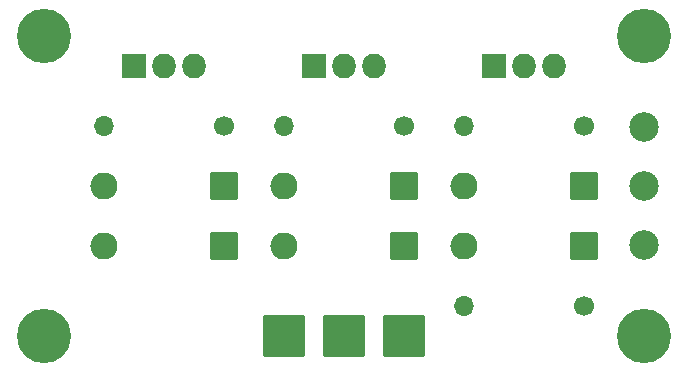
<source format=gbr>
%TF.GenerationSoftware,KiCad,Pcbnew,6.0.5*%
%TF.CreationDate,2022-09-23T14:14:17+02:00*%
%TF.ProjectId,Alternator_Motor_Driver,416c7465-726e-4617-946f-725f4d6f746f,1.0*%
%TF.SameCoordinates,Original*%
%TF.FileFunction,Soldermask,Bot*%
%TF.FilePolarity,Negative*%
%FSLAX46Y46*%
G04 Gerber Fmt 4.6, Leading zero omitted, Abs format (unit mm)*
G04 Created by KiCad (PCBNEW 6.0.5) date 2022-09-23 14:14:17*
%MOMM*%
%LPD*%
G01*
G04 APERTURE LIST*
G04 Aperture macros list*
%AMRoundRect*
0 Rectangle with rounded corners*
0 $1 Rounding radius*
0 $2 $3 $4 $5 $6 $7 $8 $9 X,Y pos of 4 corners*
0 Add a 4 corners polygon primitive as box body*
4,1,4,$2,$3,$4,$5,$6,$7,$8,$9,$2,$3,0*
0 Add four circle primitives for the rounded corners*
1,1,$1+$1,$2,$3*
1,1,$1+$1,$4,$5*
1,1,$1+$1,$6,$7*
1,1,$1+$1,$8,$9*
0 Add four rect primitives between the rounded corners*
20,1,$1+$1,$2,$3,$4,$5,0*
20,1,$1+$1,$4,$5,$6,$7,0*
20,1,$1+$1,$6,$7,$8,$9,0*
20,1,$1+$1,$8,$9,$2,$3,0*%
G04 Aperture macros list end*
%ADD10C,1.700000*%
%ADD11O,1.700000X1.700000*%
%ADD12RoundRect,0.050000X1.100000X1.100000X-1.100000X1.100000X-1.100000X-1.100000X1.100000X-1.100000X0*%
%ADD13O,2.300000X2.300000*%
%ADD14RoundRect,0.050000X-0.952500X-1.000000X0.952500X-1.000000X0.952500X1.000000X-0.952500X1.000000X0*%
%ADD15O,2.005000X2.100000*%
%ADD16C,4.600000*%
%ADD17RoundRect,0.300002X-1.499998X-1.499998X1.499998X-1.499998X1.499998X1.499998X-1.499998X1.499998X0*%
%ADD18C,2.500000*%
G04 APERTURE END LIST*
D10*
%TO.C,R2*%
X149860000Y-91440000D03*
D11*
X139700000Y-91440000D03*
%TD*%
D12*
%TO.C,D2*%
X134619999Y-101600000D03*
D13*
X124459999Y-101600000D03*
%TD*%
D12*
%TO.C,D5*%
X165099999Y-96520000D03*
D13*
X154939999Y-96520000D03*
%TD*%
D14*
%TO.C,Q1*%
X127000000Y-86360000D03*
D15*
X129540000Y-86360000D03*
X132080000Y-86360000D03*
%TD*%
D16*
%TO.C,H2*%
X170180000Y-109220000D03*
%TD*%
D10*
%TO.C,R1*%
X134620000Y-91440000D03*
D11*
X124460000Y-91440000D03*
%TD*%
D16*
%TO.C,H1*%
X119380000Y-109220000D03*
%TD*%
D12*
%TO.C,D1*%
X134620000Y-96520000D03*
D13*
X124460000Y-96520000D03*
%TD*%
D17*
%TO.C,J2*%
X144780000Y-109220000D03*
%TD*%
D12*
%TO.C,D6*%
X165100000Y-101600001D03*
D13*
X154940000Y-101600001D03*
%TD*%
D12*
%TO.C,D4*%
X149860000Y-101600000D03*
D13*
X139700000Y-101600000D03*
%TD*%
D10*
%TO.C,R3*%
X165100000Y-91440000D03*
D11*
X154940000Y-91440000D03*
%TD*%
D16*
%TO.C,H4*%
X170180000Y-83820000D03*
%TD*%
D14*
%TO.C,Q2*%
X142240000Y-86360000D03*
D15*
X144780000Y-86360000D03*
X147320000Y-86360000D03*
%TD*%
D17*
%TO.C,J1*%
X139700000Y-109220000D03*
%TD*%
%TO.C,J3*%
X149860000Y-109220000D03*
%TD*%
D16*
%TO.C,H3*%
X119380000Y-83820000D03*
%TD*%
D10*
%TO.C,R4*%
X165099999Y-106680000D03*
D11*
X154939999Y-106680000D03*
%TD*%
D14*
%TO.C,Q3*%
X157480000Y-86360000D03*
D15*
X160020000Y-86360000D03*
X162560000Y-86360000D03*
%TD*%
D12*
%TO.C,D3*%
X149860000Y-96520000D03*
D13*
X139700000Y-96520000D03*
%TD*%
D18*
%TO.C,RV1*%
X170180000Y-91520000D03*
X170180000Y-96520000D03*
X170180000Y-101520000D03*
%TD*%
M02*

</source>
